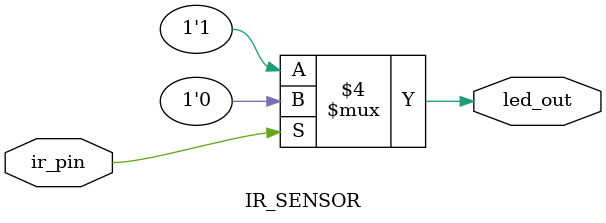
<source format=v>
`timescale 1ns / 1ps


module IR_SENSOR(ir_pin,led_out);
input wire ir_pin;
output reg led_out;
always @ *
begin
if(ir_pin==0)
led_out=1;
else 
led_out=0;
end
endmodule

</source>
